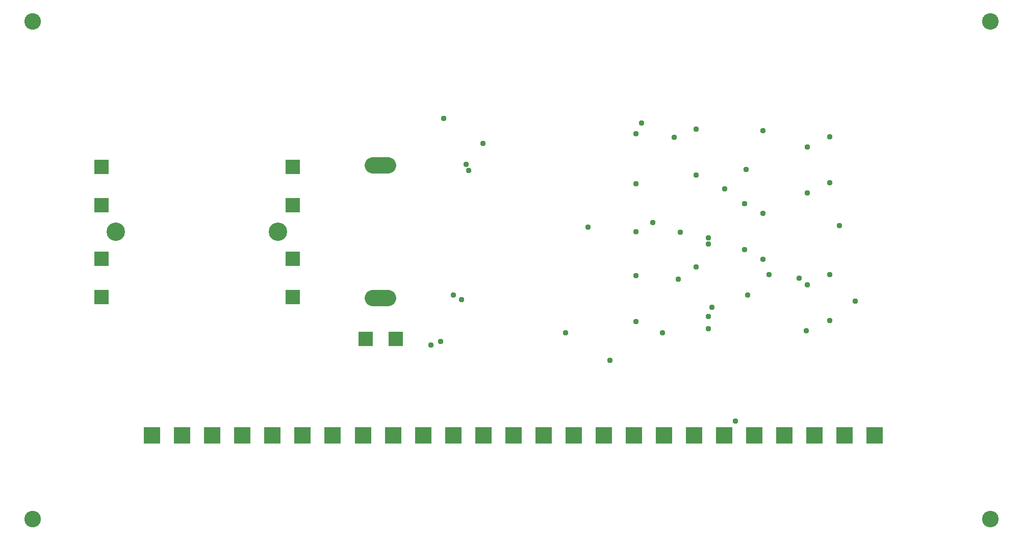
<source format=gbr>
G04 EAGLE Gerber RS-274X export*
G75*
%MOMM*%
%FSLAX34Y34*%
%LPD*%
%INSoldermask Bottom*%
%IPPOS*%
%AMOC8*
5,1,8,0,0,1.08239X$1,22.5*%
G01*
%ADD10C,2.743200*%
%ADD11R,2.387600X2.387600*%
%ADD12C,3.048000*%
%ADD13C,2.743200*%
%ADD14R,2.743200X2.743200*%
%ADD15C,0.959600*%


D10*
X31750Y857250D03*
X31750Y31750D03*
X1621790Y31750D03*
X1621790Y857250D03*
D11*
X146050Y615950D03*
X463550Y615950D03*
X146050Y552450D03*
X463550Y552450D03*
X146050Y463550D03*
X463550Y463550D03*
X463550Y400050D03*
X146050Y400050D03*
D12*
X170180Y508000D03*
X439420Y508000D03*
D13*
X596900Y617982D02*
X622300Y617982D01*
X622300Y398018D02*
X596900Y398018D01*
D11*
X584600Y330200D03*
X634600Y330200D03*
D14*
X1430000Y170000D03*
X230000Y170000D03*
X280000Y170000D03*
X330000Y170000D03*
X380000Y170000D03*
X430000Y170000D03*
X480000Y170000D03*
X530000Y170000D03*
X580000Y170000D03*
X630000Y170000D03*
X680000Y170000D03*
X730000Y170000D03*
X780000Y170000D03*
X830000Y170000D03*
X880000Y170000D03*
X930000Y170000D03*
X980000Y170000D03*
X1030000Y170000D03*
X1080000Y170000D03*
X1130000Y170000D03*
X1180000Y170000D03*
X1230000Y170000D03*
X1280000Y170000D03*
X1330000Y170000D03*
X1380000Y170000D03*
D15*
X916940Y340360D03*
X1244600Y675640D03*
X1244600Y538480D03*
X1244600Y462280D03*
X709422Y326136D03*
X779526Y654558D03*
X751332Y619506D03*
X1153668Y487680D03*
X954024Y515874D03*
X755904Y609600D03*
X713994Y696468D03*
X743712Y395478D03*
X729996Y403098D03*
X1133094Y678180D03*
X1033272Y670560D03*
X1317498Y648462D03*
X1354836Y665226D03*
X1103376Y429006D03*
X1107186Y507492D03*
X1033272Y508254D03*
X1159764Y382524D03*
X1033272Y358902D03*
X1315974Y343662D03*
X1354836Y360426D03*
X1133094Y601980D03*
X1033272Y587502D03*
X1317498Y572262D03*
X1354836Y589026D03*
X1133094Y449580D03*
X1033272Y435102D03*
X1254252Y437388D03*
X1304544Y431292D03*
X1317498Y419862D03*
X1354836Y436626D03*
X1153668Y367284D03*
X1153668Y347472D03*
X1219200Y403098D03*
X1153668Y498348D03*
X1213866Y478536D03*
X1213866Y554736D03*
X1216152Y611124D03*
X1180338Y579120D03*
X1096518Y664464D03*
X1042416Y688848D03*
X692658Y320040D03*
X1061466Y523494D03*
X1371600Y518160D03*
X1077468Y340614D03*
X989838Y294894D03*
X1397508Y393192D03*
X1198626Y194310D03*
M02*

</source>
